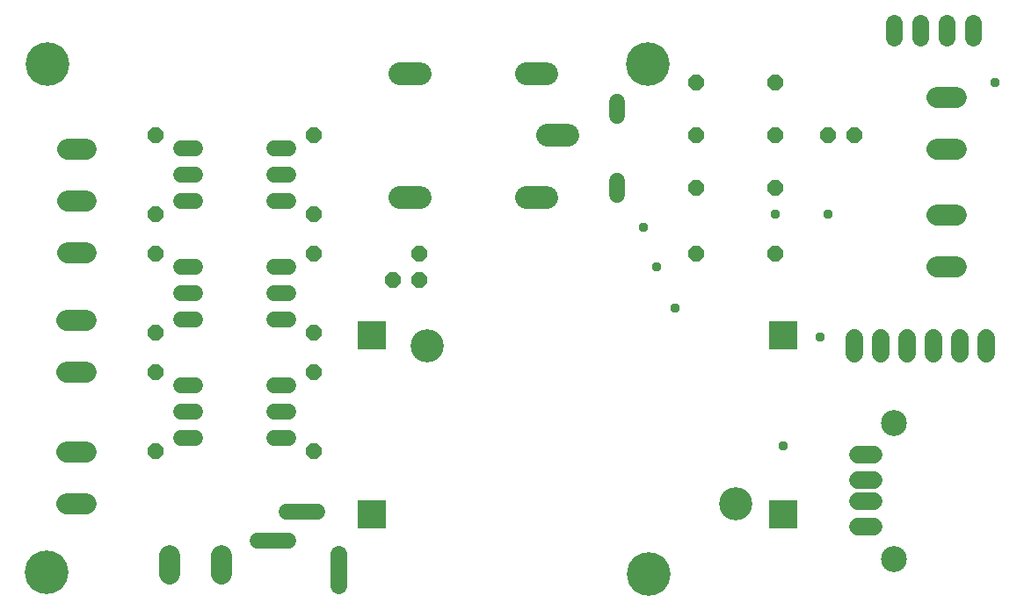
<source format=gbr>
G04 EAGLE Gerber X2 export*
%TF.Part,Single*%
%TF.FileFunction,Soldermask,Bot,1*%
%TF.FilePolarity,Negative*%
%TF.GenerationSoftware,Autodesk,EAGLE,8.7.0*%
%TF.CreationDate,2018-11-06T21:30:33Z*%
G75*
%MOMM*%
%FSLAX34Y34*%
%LPD*%
%AMOC8*
5,1,8,0,0,1.08239X$1,22.5*%
G01*
%ADD10C,4.203191*%
%ADD11C,1.993900*%
%ADD12C,1.524000*%
%ADD13C,1.727200*%
%ADD14C,2.184400*%
%ADD15P,1.649562X8X22.500000*%
%ADD16P,1.649562X8X112.500000*%
%ADD17P,1.649562X8X202.500000*%
%ADD18P,1.649562X8X292.500000*%
%ADD19R,2.703200X2.703200*%
%ADD20C,3.203200*%
%ADD21C,1.661200*%
%ADD22C,2.503200*%
%ADD23C,1.625600*%
%ADD24C,1.603200*%
%ADD25C,1.511200*%
%ADD26C,0.959600*%


D10*
X34290Y35560D03*
X35560Y525780D03*
X613410Y525780D03*
X614680Y34290D03*
D11*
X892747Y330600D02*
X910654Y330600D01*
X910654Y380600D02*
X892747Y380600D01*
D12*
X584200Y399796D02*
X584200Y413004D01*
X584200Y475996D02*
X584200Y489204D01*
D11*
X72454Y102000D02*
X54547Y102000D01*
X54547Y152000D02*
X72454Y152000D01*
X72454Y229000D02*
X54547Y229000D01*
X54547Y279000D02*
X72454Y279000D01*
X72654Y343700D02*
X54747Y343700D01*
X54747Y393700D02*
X72654Y393700D01*
X72654Y443700D02*
X54747Y443700D01*
D13*
X812800Y261620D02*
X812800Y246380D01*
X838200Y246380D02*
X838200Y261620D01*
X863600Y261620D02*
X863600Y246380D01*
X889000Y246380D02*
X889000Y261620D01*
X914400Y261620D02*
X914400Y246380D01*
X939800Y246380D02*
X939800Y261620D01*
D14*
X536956Y457200D02*
X517144Y457200D01*
X516636Y516890D02*
X496824Y516890D01*
X496824Y397510D02*
X516636Y397510D01*
X394716Y397510D02*
X374904Y397510D01*
X374904Y516890D02*
X394716Y516890D01*
D15*
X787400Y457200D03*
X812800Y457200D03*
D12*
X177800Y444500D02*
X164592Y444500D01*
X164592Y419100D02*
X177800Y419100D01*
X254000Y419100D02*
X267208Y419100D01*
X267208Y444500D02*
X254000Y444500D01*
X177800Y393700D02*
X164592Y393700D01*
X254000Y393700D02*
X267208Y393700D01*
X177800Y215900D02*
X164592Y215900D01*
X164592Y190500D02*
X177800Y190500D01*
X254000Y190500D02*
X267208Y190500D01*
X267208Y215900D02*
X254000Y215900D01*
X177800Y165100D02*
X164592Y165100D01*
X254000Y165100D02*
X267208Y165100D01*
X177800Y330200D02*
X164592Y330200D01*
X164592Y304800D02*
X177800Y304800D01*
X254000Y304800D02*
X267208Y304800D01*
X267208Y330200D02*
X254000Y330200D01*
X177800Y279400D02*
X164592Y279400D01*
X254000Y279400D02*
X267208Y279400D01*
D11*
X892747Y443630D02*
X910654Y443630D01*
X910654Y493630D02*
X892747Y493630D01*
X152800Y52134D02*
X152800Y34227D01*
X202800Y34227D02*
X202800Y52134D01*
D16*
X139700Y381000D03*
X139700Y457200D03*
D15*
X660400Y508000D03*
X736600Y508000D03*
X660400Y342900D03*
X736600Y342900D03*
D16*
X139700Y152400D03*
X139700Y228600D03*
X139700Y266700D03*
X139700Y342900D03*
D17*
X736600Y406400D03*
X660400Y406400D03*
D18*
X292100Y457200D03*
X292100Y381000D03*
X292100Y228600D03*
X292100Y152400D03*
X292100Y342900D03*
X292100Y266700D03*
D15*
X660400Y457200D03*
X736600Y457200D03*
X368300Y317500D03*
X393700Y317500D03*
X393700Y342900D03*
D19*
X347980Y264160D03*
X347980Y91440D03*
X744220Y91440D03*
X744220Y264160D03*
D20*
X401320Y254000D03*
X698500Y101600D03*
D21*
X816510Y104300D02*
X831090Y104300D01*
X831090Y124300D02*
X816510Y124300D01*
X816510Y79300D02*
X831090Y79300D01*
X831090Y149300D02*
X816510Y149300D01*
D22*
X850900Y48600D03*
X850900Y180000D03*
D23*
X850900Y551688D02*
X850900Y565912D01*
X876300Y565912D02*
X876300Y551688D01*
X901700Y551688D02*
X901700Y565912D01*
X927100Y565912D02*
X927100Y551688D01*
D24*
X315700Y37100D02*
X315700Y23100D01*
D25*
X295240Y94100D02*
X282160Y94100D01*
X267240Y66100D02*
X254160Y66100D01*
D24*
X315700Y53100D02*
X315700Y39100D01*
D25*
X279240Y94100D02*
X266160Y94100D01*
X251240Y66100D02*
X238160Y66100D01*
D26*
X947958Y508000D03*
X787400Y381000D03*
X736600Y381000D03*
X779780Y262890D03*
X640080Y290808D03*
X744220Y157480D03*
X609600Y368300D03*
X622300Y330200D03*
M02*

</source>
